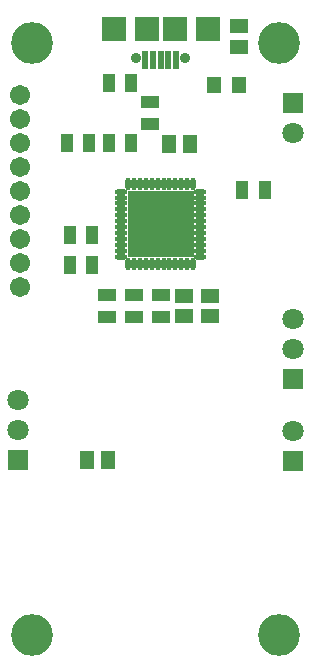
<source format=gts>
G04*
G04 #@! TF.GenerationSoftware,Altium Limited,Altium Designer,20.0.9 (164)*
G04*
G04 Layer_Color=8388736*
%FSAX25Y25*%
%MOIN*%
G70*
G01*
G75*
%ADD27R,0.04343X0.05918*%
%ADD28O,0.01784X0.04343*%
%ADD29O,0.04343X0.01784*%
%ADD30R,0.22335X0.22335*%
%ADD31R,0.06154X0.04540*%
%ADD32R,0.05918X0.04343*%
%ADD33R,0.04540X0.06154*%
%ADD34R,0.05131X0.05524*%
%ADD35R,0.08280X0.08280*%
%ADD36R,0.07887X0.08280*%
%ADD37R,0.02375X0.06115*%
%ADD38C,0.07099*%
%ADD39R,0.07099X0.07099*%
%ADD40C,0.03556*%
%ADD41C,0.06706*%
%ADD42C,0.02769*%
%ADD43C,0.13923*%
D27*
X0135760Y0294000D02*
D03*
X0143240D02*
D03*
X0129240Y0274000D02*
D03*
X0121760D02*
D03*
X0135760D02*
D03*
X0143240D02*
D03*
X0122760Y0243250D02*
D03*
X0130240D02*
D03*
X0122760Y0233500D02*
D03*
X0130240D02*
D03*
X0180260Y0258250D02*
D03*
X0187740D02*
D03*
D28*
X0163827Y0260287D02*
D03*
X0161858D02*
D03*
X0159890D02*
D03*
X0157921D02*
D03*
X0155953D02*
D03*
X0153984D02*
D03*
X0152016D02*
D03*
X0150047D02*
D03*
X0148079D02*
D03*
X0146110D02*
D03*
X0144142D02*
D03*
X0142173D02*
D03*
Y0233713D02*
D03*
X0144142D02*
D03*
X0146110D02*
D03*
X0148079D02*
D03*
X0150047D02*
D03*
X0152016D02*
D03*
X0153984D02*
D03*
X0155953D02*
D03*
X0157921D02*
D03*
X0159890D02*
D03*
X0161858D02*
D03*
X0163827D02*
D03*
D29*
X0139713Y0257827D02*
D03*
Y0255858D02*
D03*
Y0253890D02*
D03*
Y0251921D02*
D03*
Y0249953D02*
D03*
Y0247984D02*
D03*
Y0246016D02*
D03*
Y0244047D02*
D03*
Y0242079D02*
D03*
Y0240110D02*
D03*
Y0238142D02*
D03*
Y0236173D02*
D03*
X0166287D02*
D03*
Y0238142D02*
D03*
Y0240110D02*
D03*
Y0242079D02*
D03*
Y0244047D02*
D03*
Y0246016D02*
D03*
Y0247984D02*
D03*
Y0249953D02*
D03*
Y0251921D02*
D03*
Y0253890D02*
D03*
Y0255858D02*
D03*
Y0257827D02*
D03*
D30*
X0153000Y0247000D02*
D03*
D31*
X0169500Y0216305D02*
D03*
Y0223195D02*
D03*
X0160750D02*
D03*
Y0216305D02*
D03*
X0179000Y0306055D02*
D03*
Y0312945D02*
D03*
D32*
X0153000Y0216010D02*
D03*
Y0223490D02*
D03*
X0144250Y0216010D02*
D03*
Y0223490D02*
D03*
X0135000Y0216010D02*
D03*
Y0223490D02*
D03*
X0149500Y0287740D02*
D03*
Y0280260D02*
D03*
D33*
X0162695Y0273750D02*
D03*
X0155805D02*
D03*
X0135445Y0168500D02*
D03*
X0128555D02*
D03*
D34*
X0179134Y0293500D02*
D03*
X0170866D02*
D03*
D35*
X0157805Y0312146D02*
D03*
X0148356D02*
D03*
D36*
X0168829D02*
D03*
X0137333D02*
D03*
D37*
X0158199Y0301614D02*
D03*
X0147963D02*
D03*
X0155640D02*
D03*
X0153081D02*
D03*
X0150522D02*
D03*
D38*
X0197000Y0178000D02*
D03*
Y0277500D02*
D03*
Y0205500D02*
D03*
Y0215500D02*
D03*
X0105500Y0178500D02*
D03*
Y0188500D02*
D03*
D39*
X0197000Y0168000D02*
D03*
Y0287500D02*
D03*
Y0195500D02*
D03*
X0105500Y0168500D02*
D03*
D40*
X0161250Y0302500D02*
D03*
X0144911D02*
D03*
D41*
X0106000Y0290000D02*
D03*
Y0282000D02*
D03*
Y0266000D02*
D03*
Y0258000D02*
D03*
Y0274000D02*
D03*
Y0242000D02*
D03*
Y0234000D02*
D03*
Y0250000D02*
D03*
Y0226000D02*
D03*
D42*
X0161661Y0255661D02*
D03*
Y0251331D02*
D03*
Y0247000D02*
D03*
Y0242669D02*
D03*
Y0238339D02*
D03*
X0157331Y0255661D02*
D03*
Y0251331D02*
D03*
Y0247000D02*
D03*
Y0242669D02*
D03*
Y0238339D02*
D03*
X0153000Y0255661D02*
D03*
Y0251331D02*
D03*
Y0247000D02*
D03*
Y0242669D02*
D03*
Y0238339D02*
D03*
X0148669Y0255661D02*
D03*
Y0251331D02*
D03*
Y0247000D02*
D03*
Y0242669D02*
D03*
Y0238339D02*
D03*
X0144339Y0255661D02*
D03*
Y0251331D02*
D03*
Y0247000D02*
D03*
Y0242669D02*
D03*
Y0238339D02*
D03*
D43*
X0110000Y0307500D02*
D03*
X0192500D02*
D03*
Y0110000D02*
D03*
X0110000D02*
D03*
M02*

</source>
